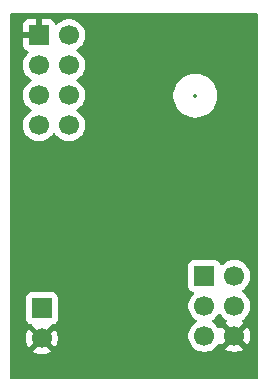
<source format=gbl>
%TF.GenerationSoftware,KiCad,Pcbnew,9.0.2*%
%TF.CreationDate,2025-11-28T20:50:14+01:00*%
%TF.ProjectId,stacja_pogodowa,73746163-6a61-45f7-906f-676f646f7761,rev?*%
%TF.SameCoordinates,Original*%
%TF.FileFunction,Copper,L2,Bot*%
%TF.FilePolarity,Positive*%
%FSLAX46Y46*%
G04 Gerber Fmt 4.6, Leading zero omitted, Abs format (unit mm)*
G04 Created by KiCad (PCBNEW 9.0.2) date 2025-11-28 20:50:14*
%MOMM*%
%LPD*%
G01*
G04 APERTURE LIST*
%TA.AperFunction,ComponentPad*%
%ADD10R,1.700000X1.700000*%
%TD*%
%TA.AperFunction,ComponentPad*%
%ADD11C,1.700000*%
%TD*%
%TA.AperFunction,ViaPad*%
%ADD12C,0.600000*%
%TD*%
%ADD13C,0.300000*%
%ADD14C,0.350000*%
G04 APERTURE END LIST*
D10*
%TO.P,J1,1,Pin_1*%
%TO.N,VDD*%
X72200000Y-45500000D03*
D11*
%TO.P,J1,2,Pin_2*%
%TO.N,GND*%
X72200000Y-48040000D03*
%TD*%
D10*
%TO.P,U1,1,GND*%
%TO.N,GND*%
X71960000Y-22380000D03*
D11*
%TO.P,U1,2,VCC*%
%TO.N,VDD*%
X74500000Y-22380000D03*
%TO.P,U1,3,CE*%
%TO.N,/NRF_CE*%
X71960000Y-24920000D03*
%TO.P,U1,4,~{CSN}*%
%TO.N,/CSN_CSN*%
X74500000Y-24920000D03*
%TO.P,U1,5,SCK*%
%TO.N,/NRF_SCK*%
X71960000Y-27460000D03*
%TO.P,U1,6,MOSI*%
%TO.N,/NRF_MOSI*%
X74500000Y-27460000D03*
%TO.P,U1,7,MISO*%
%TO.N,/NRF_MISO*%
X71960000Y-30000000D03*
%TO.P,U1,8,IRQ*%
%TO.N,unconnected-(U1-IRQ-Pad8)*%
X74500000Y-30000000D03*
%TD*%
D10*
%TO.P,J2,1,Pin_1*%
%TO.N,/UPDI*%
X85960000Y-42760000D03*
D11*
%TO.P,J2,2,Pin_2*%
%TO.N,VDD*%
X88500000Y-42760000D03*
%TO.P,J2,3,Pin_3*%
%TO.N,unconnected-(J2-Pin_3-Pad3)*%
X85960000Y-45300000D03*
%TO.P,J2,4,Pin_4*%
%TO.N,unconnected-(J2-Pin_4-Pad4)*%
X88500000Y-45300000D03*
%TO.P,J2,5,Pin_5*%
%TO.N,unconnected-(J2-Pin_5-Pad5)*%
X85960000Y-47840000D03*
%TO.P,J2,6,Pin_6*%
%TO.N,GND*%
X88500000Y-47840000D03*
%TD*%
D12*
%TO.N,GND*%
X80800000Y-26400000D03*
X80800000Y-34000000D03*
X77600000Y-36800000D03*
X72400000Y-34000000D03*
X74800000Y-50400000D03*
X88000000Y-34000000D03*
X84200000Y-50400000D03*
X76300000Y-36800000D03*
X89200000Y-26600000D03*
X75525000Y-46075000D03*
X83000000Y-34000000D03*
X78600000Y-34000000D03*
X70600000Y-50400000D03*
X73000000Y-42800000D03*
X70400000Y-42800000D03*
X81000000Y-22000000D03*
X88600000Y-50400000D03*
X88000000Y-22000000D03*
%TD*%
%TA.AperFunction,Conductor*%
%TO.N,GND*%
G36*
X87301444Y-45953999D02*
G01*
X87340486Y-45999056D01*
X87344951Y-46007820D01*
X87469890Y-46179786D01*
X87620213Y-46330109D01*
X87792179Y-46455048D01*
X87792181Y-46455049D01*
X87792184Y-46455051D01*
X87801493Y-46459794D01*
X87852290Y-46507766D01*
X87869087Y-46575587D01*
X87846552Y-46641722D01*
X87801505Y-46680760D01*
X87792446Y-46685376D01*
X87792440Y-46685380D01*
X87738282Y-46724727D01*
X87738282Y-46724728D01*
X88370591Y-47357037D01*
X88307007Y-47374075D01*
X88192993Y-47439901D01*
X88099901Y-47532993D01*
X88034075Y-47647007D01*
X88017037Y-47710591D01*
X87384728Y-47078282D01*
X87384727Y-47078282D01*
X87345380Y-47132440D01*
X87345376Y-47132446D01*
X87340760Y-47141505D01*
X87292781Y-47192297D01*
X87224959Y-47209087D01*
X87158826Y-47186543D01*
X87119794Y-47141493D01*
X87115051Y-47132184D01*
X87115049Y-47132181D01*
X87115048Y-47132179D01*
X86990109Y-46960213D01*
X86839786Y-46809890D01*
X86667820Y-46684951D01*
X86659600Y-46680763D01*
X86659054Y-46680485D01*
X86608259Y-46632512D01*
X86591463Y-46564692D01*
X86613999Y-46498556D01*
X86659054Y-46459515D01*
X86667816Y-46455051D01*
X86746502Y-46397883D01*
X86839786Y-46330109D01*
X86839788Y-46330106D01*
X86839792Y-46330104D01*
X86990104Y-46179792D01*
X86990106Y-46179788D01*
X86990109Y-46179786D01*
X87115048Y-46007820D01*
X87115047Y-46007820D01*
X87115051Y-46007816D01*
X87119514Y-45999054D01*
X87167488Y-45948259D01*
X87235308Y-45931463D01*
X87301444Y-45953999D01*
G37*
%TD.AperFunction*%
%TA.AperFunction,Conductor*%
G36*
X90442539Y-20520185D02*
G01*
X90488294Y-20572989D01*
X90499500Y-20624500D01*
X90499500Y-51375500D01*
X90479815Y-51442539D01*
X90427011Y-51488294D01*
X90375500Y-51499500D01*
X69624500Y-51499500D01*
X69557461Y-51479815D01*
X69511706Y-51427011D01*
X69500500Y-51375500D01*
X69500500Y-44602135D01*
X70849500Y-44602135D01*
X70849500Y-46397870D01*
X70849501Y-46397876D01*
X70855908Y-46457483D01*
X70906202Y-46592328D01*
X70906206Y-46592335D01*
X70992452Y-46707544D01*
X70992455Y-46707547D01*
X71107664Y-46793793D01*
X71107671Y-46793797D01*
X71150819Y-46809890D01*
X71242517Y-46844091D01*
X71302127Y-46850500D01*
X71312685Y-46850499D01*
X71379723Y-46870179D01*
X71400372Y-46886818D01*
X72070591Y-47557037D01*
X72007007Y-47574075D01*
X71892993Y-47639901D01*
X71799901Y-47732993D01*
X71734075Y-47847007D01*
X71717037Y-47910591D01*
X71084728Y-47278282D01*
X71084727Y-47278282D01*
X71045380Y-47332439D01*
X70948904Y-47521782D01*
X70883242Y-47723869D01*
X70883242Y-47723872D01*
X70850000Y-47933753D01*
X70850000Y-48146246D01*
X70883242Y-48356127D01*
X70883242Y-48356130D01*
X70948904Y-48558217D01*
X71045375Y-48747550D01*
X71084728Y-48801716D01*
X71717037Y-48169408D01*
X71734075Y-48232993D01*
X71799901Y-48347007D01*
X71892993Y-48440099D01*
X72007007Y-48505925D01*
X72070590Y-48522962D01*
X71438282Y-49155269D01*
X71438282Y-49155270D01*
X71492449Y-49194624D01*
X71681782Y-49291095D01*
X71883870Y-49356757D01*
X72093754Y-49390000D01*
X72306246Y-49390000D01*
X72516127Y-49356757D01*
X72516130Y-49356757D01*
X72718217Y-49291095D01*
X72907554Y-49194622D01*
X72961716Y-49155270D01*
X72961717Y-49155270D01*
X72329408Y-48522962D01*
X72392993Y-48505925D01*
X72507007Y-48440099D01*
X72600099Y-48347007D01*
X72665925Y-48232993D01*
X72682962Y-48169408D01*
X73315270Y-48801717D01*
X73315270Y-48801716D01*
X73354622Y-48747554D01*
X73451095Y-48558217D01*
X73516757Y-48356130D01*
X73516757Y-48356127D01*
X73550000Y-48146246D01*
X73550000Y-47933753D01*
X73516757Y-47723872D01*
X73516757Y-47723869D01*
X73451095Y-47521782D01*
X73354624Y-47332449D01*
X73315270Y-47278282D01*
X73315269Y-47278282D01*
X72682962Y-47910590D01*
X72665925Y-47847007D01*
X72600099Y-47732993D01*
X72507007Y-47639901D01*
X72392993Y-47574075D01*
X72329409Y-47557037D01*
X72999627Y-46886818D01*
X73060950Y-46853333D01*
X73087307Y-46850499D01*
X73097872Y-46850499D01*
X73157483Y-46844091D01*
X73292331Y-46793796D01*
X73407546Y-46707546D01*
X73493796Y-46592331D01*
X73544091Y-46457483D01*
X73550500Y-46397873D01*
X73550499Y-44602128D01*
X73544091Y-44542517D01*
X73498475Y-44420215D01*
X73493797Y-44407671D01*
X73493793Y-44407664D01*
X73407547Y-44292455D01*
X73407544Y-44292452D01*
X73292335Y-44206206D01*
X73292328Y-44206202D01*
X73157482Y-44155908D01*
X73157483Y-44155908D01*
X73097883Y-44149501D01*
X73097881Y-44149500D01*
X73097873Y-44149500D01*
X73097864Y-44149500D01*
X71302129Y-44149500D01*
X71302123Y-44149501D01*
X71242516Y-44155908D01*
X71107671Y-44206202D01*
X71107664Y-44206206D01*
X70992455Y-44292452D01*
X70992452Y-44292455D01*
X70906206Y-44407664D01*
X70906202Y-44407671D01*
X70855908Y-44542517D01*
X70850569Y-44592182D01*
X70849501Y-44602123D01*
X70849500Y-44602135D01*
X69500500Y-44602135D01*
X69500500Y-41862135D01*
X84609500Y-41862135D01*
X84609500Y-43657870D01*
X84609501Y-43657876D01*
X84615908Y-43717483D01*
X84666202Y-43852328D01*
X84666206Y-43852335D01*
X84752452Y-43967544D01*
X84752455Y-43967547D01*
X84867664Y-44053793D01*
X84867671Y-44053797D01*
X84999082Y-44102810D01*
X85055016Y-44144681D01*
X85079433Y-44210145D01*
X85064582Y-44278418D01*
X85043431Y-44306673D01*
X84929889Y-44420215D01*
X84804951Y-44592179D01*
X84708444Y-44781585D01*
X84642753Y-44983760D01*
X84609500Y-45193713D01*
X84609500Y-45406286D01*
X84642753Y-45616239D01*
X84708444Y-45818414D01*
X84804951Y-46007820D01*
X84929890Y-46179786D01*
X85080213Y-46330109D01*
X85252182Y-46455050D01*
X85260946Y-46459516D01*
X85311742Y-46507491D01*
X85328536Y-46575312D01*
X85305998Y-46641447D01*
X85260946Y-46680484D01*
X85252182Y-46684949D01*
X85080213Y-46809890D01*
X84929890Y-46960213D01*
X84804951Y-47132179D01*
X84708444Y-47321585D01*
X84642753Y-47523760D01*
X84609500Y-47733713D01*
X84609500Y-47946286D01*
X84642735Y-48156127D01*
X84642754Y-48156243D01*
X84704737Y-48347007D01*
X84708444Y-48358414D01*
X84804951Y-48547820D01*
X84929890Y-48719786D01*
X85080213Y-48870109D01*
X85252179Y-48995048D01*
X85252181Y-48995049D01*
X85252184Y-48995051D01*
X85441588Y-49091557D01*
X85643757Y-49157246D01*
X85853713Y-49190500D01*
X85853714Y-49190500D01*
X86066286Y-49190500D01*
X86066287Y-49190500D01*
X86276243Y-49157246D01*
X86478412Y-49091557D01*
X86667816Y-48995051D01*
X86722572Y-48955269D01*
X86839786Y-48870109D01*
X86839788Y-48870106D01*
X86839792Y-48870104D01*
X86990104Y-48719792D01*
X86990106Y-48719788D01*
X86990109Y-48719786D01*
X87075890Y-48601717D01*
X87115051Y-48547816D01*
X87119793Y-48538508D01*
X87167763Y-48487711D01*
X87235583Y-48470911D01*
X87301719Y-48493445D01*
X87340763Y-48538500D01*
X87345373Y-48547547D01*
X87384728Y-48601716D01*
X88017037Y-47969408D01*
X88034075Y-48032993D01*
X88099901Y-48147007D01*
X88192993Y-48240099D01*
X88307007Y-48305925D01*
X88370590Y-48322962D01*
X87738282Y-48955269D01*
X87738282Y-48955270D01*
X87792449Y-48994624D01*
X87981782Y-49091095D01*
X88183870Y-49156757D01*
X88393754Y-49190000D01*
X88606246Y-49190000D01*
X88816127Y-49156757D01*
X88816130Y-49156757D01*
X89018217Y-49091095D01*
X89207554Y-48994622D01*
X89261716Y-48955270D01*
X89261717Y-48955270D01*
X88629408Y-48322962D01*
X88692993Y-48305925D01*
X88807007Y-48240099D01*
X88900099Y-48147007D01*
X88965925Y-48032993D01*
X88982962Y-47969408D01*
X89615270Y-48601717D01*
X89615270Y-48601716D01*
X89654622Y-48547554D01*
X89751095Y-48358217D01*
X89816757Y-48156130D01*
X89816757Y-48156127D01*
X89850000Y-47946246D01*
X89850000Y-47733753D01*
X89816757Y-47523872D01*
X89816757Y-47523869D01*
X89751095Y-47321782D01*
X89654624Y-47132449D01*
X89615270Y-47078282D01*
X89615269Y-47078282D01*
X88982962Y-47710590D01*
X88965925Y-47647007D01*
X88900099Y-47532993D01*
X88807007Y-47439901D01*
X88692993Y-47374075D01*
X88629409Y-47357037D01*
X89261716Y-46724728D01*
X89207547Y-46685373D01*
X89207547Y-46685372D01*
X89198500Y-46680763D01*
X89147706Y-46632788D01*
X89130912Y-46564966D01*
X89153451Y-46498832D01*
X89198508Y-46459793D01*
X89207816Y-46455051D01*
X89287007Y-46397515D01*
X89379786Y-46330109D01*
X89379788Y-46330106D01*
X89379792Y-46330104D01*
X89530104Y-46179792D01*
X89530106Y-46179788D01*
X89530109Y-46179786D01*
X89655048Y-46007820D01*
X89655047Y-46007820D01*
X89655051Y-46007816D01*
X89751557Y-45818412D01*
X89817246Y-45616243D01*
X89850500Y-45406287D01*
X89850500Y-45193713D01*
X89817246Y-44983757D01*
X89751557Y-44781588D01*
X89655051Y-44592184D01*
X89655049Y-44592181D01*
X89655048Y-44592179D01*
X89530109Y-44420213D01*
X89379786Y-44269890D01*
X89207820Y-44144951D01*
X89207115Y-44144591D01*
X89199054Y-44140485D01*
X89148259Y-44092512D01*
X89131463Y-44024692D01*
X89153999Y-43958556D01*
X89199054Y-43919515D01*
X89207816Y-43915051D01*
X89294138Y-43852335D01*
X89379786Y-43790109D01*
X89379788Y-43790106D01*
X89379792Y-43790104D01*
X89530104Y-43639792D01*
X89530106Y-43639788D01*
X89530109Y-43639786D01*
X89655048Y-43467820D01*
X89655047Y-43467820D01*
X89655051Y-43467816D01*
X89751557Y-43278412D01*
X89817246Y-43076243D01*
X89850500Y-42866287D01*
X89850500Y-42653713D01*
X89817246Y-42443757D01*
X89751557Y-42241588D01*
X89655051Y-42052184D01*
X89655049Y-42052181D01*
X89655048Y-42052179D01*
X89530109Y-41880213D01*
X89379786Y-41729890D01*
X89207820Y-41604951D01*
X89018414Y-41508444D01*
X89018413Y-41508443D01*
X89018412Y-41508443D01*
X88816243Y-41442754D01*
X88816241Y-41442753D01*
X88816240Y-41442753D01*
X88654957Y-41417208D01*
X88606287Y-41409500D01*
X88393713Y-41409500D01*
X88345042Y-41417208D01*
X88183760Y-41442753D01*
X87981585Y-41508444D01*
X87792179Y-41604951D01*
X87620215Y-41729889D01*
X87506673Y-41843431D01*
X87445350Y-41876915D01*
X87375658Y-41871931D01*
X87319725Y-41830059D01*
X87302810Y-41799082D01*
X87253797Y-41667671D01*
X87253793Y-41667664D01*
X87167547Y-41552455D01*
X87167544Y-41552452D01*
X87052335Y-41466206D01*
X87052328Y-41466202D01*
X86917482Y-41415908D01*
X86917483Y-41415908D01*
X86857883Y-41409501D01*
X86857881Y-41409500D01*
X86857873Y-41409500D01*
X86857864Y-41409500D01*
X85062129Y-41409500D01*
X85062123Y-41409501D01*
X85002516Y-41415908D01*
X84867671Y-41466202D01*
X84867664Y-41466206D01*
X84752455Y-41552452D01*
X84752452Y-41552455D01*
X84666206Y-41667664D01*
X84666202Y-41667671D01*
X84615908Y-41802517D01*
X84609501Y-41862116D01*
X84609500Y-41862135D01*
X69500500Y-41862135D01*
X69500500Y-24813713D01*
X70609500Y-24813713D01*
X70609500Y-25026286D01*
X70642753Y-25236239D01*
X70708444Y-25438414D01*
X70804951Y-25627820D01*
X70929890Y-25799786D01*
X71080213Y-25950109D01*
X71252182Y-26075050D01*
X71260946Y-26079516D01*
X71311742Y-26127491D01*
X71328536Y-26195312D01*
X71305998Y-26261447D01*
X71260946Y-26300484D01*
X71252182Y-26304949D01*
X71080213Y-26429890D01*
X70929890Y-26580213D01*
X70804951Y-26752179D01*
X70708444Y-26941585D01*
X70642753Y-27143760D01*
X70609500Y-27353713D01*
X70609500Y-27566287D01*
X70642754Y-27776243D01*
X70670548Y-27861785D01*
X70708444Y-27978414D01*
X70804951Y-28167820D01*
X70929890Y-28339786D01*
X71080213Y-28490109D01*
X71252182Y-28615050D01*
X71260946Y-28619516D01*
X71311742Y-28667491D01*
X71328536Y-28735312D01*
X71305998Y-28801447D01*
X71260946Y-28840484D01*
X71252182Y-28844949D01*
X71080213Y-28969890D01*
X70929890Y-29120213D01*
X70804951Y-29292179D01*
X70708444Y-29481585D01*
X70642753Y-29683760D01*
X70609500Y-29893713D01*
X70609500Y-30106286D01*
X70642753Y-30316239D01*
X70708444Y-30518414D01*
X70804951Y-30707820D01*
X70929890Y-30879786D01*
X71080213Y-31030109D01*
X71252179Y-31155048D01*
X71252181Y-31155049D01*
X71252184Y-31155051D01*
X71441588Y-31251557D01*
X71643757Y-31317246D01*
X71853713Y-31350500D01*
X71853714Y-31350500D01*
X72066286Y-31350500D01*
X72066287Y-31350500D01*
X72276243Y-31317246D01*
X72478412Y-31251557D01*
X72667816Y-31155051D01*
X72689789Y-31139086D01*
X72839786Y-31030109D01*
X72839788Y-31030106D01*
X72839792Y-31030104D01*
X72990104Y-30879792D01*
X72990106Y-30879788D01*
X72990109Y-30879786D01*
X73115048Y-30707820D01*
X73115047Y-30707820D01*
X73115051Y-30707816D01*
X73119514Y-30699054D01*
X73167488Y-30648259D01*
X73235308Y-30631463D01*
X73301444Y-30653999D01*
X73340486Y-30699056D01*
X73344951Y-30707820D01*
X73469890Y-30879786D01*
X73620213Y-31030109D01*
X73792179Y-31155048D01*
X73792181Y-31155049D01*
X73792184Y-31155051D01*
X73981588Y-31251557D01*
X74183757Y-31317246D01*
X74393713Y-31350500D01*
X74393714Y-31350500D01*
X74606286Y-31350500D01*
X74606287Y-31350500D01*
X74816243Y-31317246D01*
X75018412Y-31251557D01*
X75207816Y-31155051D01*
X75229789Y-31139086D01*
X75379786Y-31030109D01*
X75379788Y-31030106D01*
X75379792Y-31030104D01*
X75530104Y-30879792D01*
X75530106Y-30879788D01*
X75530109Y-30879786D01*
X75655048Y-30707820D01*
X75655047Y-30707820D01*
X75655051Y-30707816D01*
X75751557Y-30518412D01*
X75817246Y-30316243D01*
X75850500Y-30106287D01*
X75850500Y-29893713D01*
X75817246Y-29683757D01*
X75751557Y-29481588D01*
X75655051Y-29292184D01*
X75655049Y-29292181D01*
X75655048Y-29292179D01*
X75530109Y-29120213D01*
X75379786Y-28969890D01*
X75207820Y-28844951D01*
X75207115Y-28844591D01*
X75199054Y-28840485D01*
X75148259Y-28792512D01*
X75131463Y-28724692D01*
X75153999Y-28658556D01*
X75199054Y-28619515D01*
X75207816Y-28615051D01*
X75229789Y-28599086D01*
X75379786Y-28490109D01*
X75379788Y-28490106D01*
X75379792Y-28490104D01*
X75530104Y-28339792D01*
X75530106Y-28339788D01*
X75530109Y-28339786D01*
X75655048Y-28167820D01*
X75655047Y-28167820D01*
X75655051Y-28167816D01*
X75751557Y-27978412D01*
X75817246Y-27776243D01*
X75850500Y-27566287D01*
X75850500Y-27378711D01*
X83349500Y-27378711D01*
X83349500Y-27621288D01*
X83381161Y-27861785D01*
X83443947Y-28096104D01*
X83536773Y-28320205D01*
X83536777Y-28320214D01*
X83558974Y-28358661D01*
X83658064Y-28530289D01*
X83658066Y-28530292D01*
X83658067Y-28530293D01*
X83805733Y-28722736D01*
X83805739Y-28722743D01*
X83977256Y-28894260D01*
X83977262Y-28894265D01*
X84169711Y-29041936D01*
X84379788Y-29163224D01*
X84603900Y-29256054D01*
X84838211Y-29318838D01*
X85018586Y-29342584D01*
X85078711Y-29350500D01*
X85078712Y-29350500D01*
X85321289Y-29350500D01*
X85369388Y-29344167D01*
X85561789Y-29318838D01*
X85796100Y-29256054D01*
X86020212Y-29163224D01*
X86230289Y-29041936D01*
X86422738Y-28894265D01*
X86594265Y-28722738D01*
X86741936Y-28530289D01*
X86863224Y-28320212D01*
X86956054Y-28096100D01*
X87018838Y-27861789D01*
X87050500Y-27621288D01*
X87050500Y-27378712D01*
X87018838Y-27138211D01*
X86956054Y-26903900D01*
X86863224Y-26679788D01*
X86741936Y-26469711D01*
X86681018Y-26390321D01*
X86594266Y-26277263D01*
X86594260Y-26277256D01*
X86422743Y-26105739D01*
X86422736Y-26105733D01*
X86230293Y-25958067D01*
X86230292Y-25958066D01*
X86230289Y-25958064D01*
X86020212Y-25836776D01*
X85930925Y-25799792D01*
X85796104Y-25743947D01*
X85561785Y-25681161D01*
X85321289Y-25649500D01*
X85321288Y-25649500D01*
X85078712Y-25649500D01*
X85078711Y-25649500D01*
X84838214Y-25681161D01*
X84603895Y-25743947D01*
X84379794Y-25836773D01*
X84379785Y-25836777D01*
X84197851Y-25941817D01*
X84183490Y-25950109D01*
X84169706Y-25958067D01*
X83977263Y-26105733D01*
X83977256Y-26105739D01*
X83805739Y-26277256D01*
X83805733Y-26277263D01*
X83658067Y-26469706D01*
X83536777Y-26679785D01*
X83536773Y-26679794D01*
X83443947Y-26903895D01*
X83381161Y-27138214D01*
X83349500Y-27378711D01*
X75850500Y-27378711D01*
X75850500Y-27353713D01*
X75817246Y-27143757D01*
X75751557Y-26941588D01*
X75655051Y-26752184D01*
X75655049Y-26752181D01*
X75655048Y-26752179D01*
X75530109Y-26580213D01*
X75379786Y-26429890D01*
X75207820Y-26304951D01*
X75207115Y-26304591D01*
X75199054Y-26300485D01*
X75148259Y-26252512D01*
X75131463Y-26184692D01*
X75153999Y-26118556D01*
X75199054Y-26079515D01*
X75207816Y-26075051D01*
X75229789Y-26059086D01*
X75379786Y-25950109D01*
X75379788Y-25950106D01*
X75379792Y-25950104D01*
X75530104Y-25799792D01*
X75530106Y-25799788D01*
X75530109Y-25799786D01*
X75655048Y-25627820D01*
X75655047Y-25627820D01*
X75655051Y-25627816D01*
X75751557Y-25438412D01*
X75817246Y-25236243D01*
X75850500Y-25026287D01*
X75850500Y-24813713D01*
X75817246Y-24603757D01*
X75751557Y-24401588D01*
X75655051Y-24212184D01*
X75655049Y-24212181D01*
X75655048Y-24212179D01*
X75530109Y-24040213D01*
X75379786Y-23889890D01*
X75207820Y-23764951D01*
X75207115Y-23764591D01*
X75199054Y-23760485D01*
X75148259Y-23712512D01*
X75131463Y-23644692D01*
X75153999Y-23578556D01*
X75199054Y-23539515D01*
X75207816Y-23535051D01*
X75294471Y-23472093D01*
X75379786Y-23410109D01*
X75379788Y-23410106D01*
X75379792Y-23410104D01*
X75530104Y-23259792D01*
X75530106Y-23259788D01*
X75530109Y-23259786D01*
X75655048Y-23087820D01*
X75655047Y-23087820D01*
X75655051Y-23087816D01*
X75751557Y-22898412D01*
X75817246Y-22696243D01*
X75850500Y-22486287D01*
X75850500Y-22273713D01*
X75817246Y-22063757D01*
X75751557Y-21861588D01*
X75655051Y-21672184D01*
X75655049Y-21672181D01*
X75655048Y-21672179D01*
X75530109Y-21500213D01*
X75379786Y-21349890D01*
X75207820Y-21224951D01*
X75018414Y-21128444D01*
X75018413Y-21128443D01*
X75018412Y-21128443D01*
X74816243Y-21062754D01*
X74816241Y-21062753D01*
X74816240Y-21062753D01*
X74654957Y-21037208D01*
X74606287Y-21029500D01*
X74393713Y-21029500D01*
X74345042Y-21037208D01*
X74183760Y-21062753D01*
X73981585Y-21128444D01*
X73792179Y-21224951D01*
X73620215Y-21349889D01*
X73506285Y-21463819D01*
X73444962Y-21497303D01*
X73375270Y-21492319D01*
X73319337Y-21450447D01*
X73302422Y-21419470D01*
X73253354Y-21287913D01*
X73253350Y-21287906D01*
X73167190Y-21172812D01*
X73167187Y-21172809D01*
X73052093Y-21086649D01*
X73052086Y-21086645D01*
X72917379Y-21036403D01*
X72917372Y-21036401D01*
X72857844Y-21030000D01*
X72210000Y-21030000D01*
X72210000Y-21946988D01*
X72152993Y-21914075D01*
X72025826Y-21880000D01*
X71894174Y-21880000D01*
X71767007Y-21914075D01*
X71710000Y-21946988D01*
X71710000Y-21030000D01*
X71062155Y-21030000D01*
X71002627Y-21036401D01*
X71002620Y-21036403D01*
X70867913Y-21086645D01*
X70867906Y-21086649D01*
X70752812Y-21172809D01*
X70752809Y-21172812D01*
X70666649Y-21287906D01*
X70666645Y-21287913D01*
X70616403Y-21422620D01*
X70616401Y-21422627D01*
X70610000Y-21482155D01*
X70610000Y-22130000D01*
X71526988Y-22130000D01*
X71494075Y-22187007D01*
X71460000Y-22314174D01*
X71460000Y-22445826D01*
X71494075Y-22572993D01*
X71526988Y-22630000D01*
X70610000Y-22630000D01*
X70610000Y-23277844D01*
X70616401Y-23337372D01*
X70616403Y-23337379D01*
X70666645Y-23472086D01*
X70666649Y-23472093D01*
X70752809Y-23587187D01*
X70752812Y-23587190D01*
X70867906Y-23673350D01*
X70867913Y-23673354D01*
X70999470Y-23722422D01*
X71055404Y-23764293D01*
X71079821Y-23829758D01*
X71064969Y-23898031D01*
X71043819Y-23926285D01*
X70929889Y-24040215D01*
X70804951Y-24212179D01*
X70708444Y-24401585D01*
X70642753Y-24603760D01*
X70609500Y-24813713D01*
X69500500Y-24813713D01*
X69500500Y-20624500D01*
X69520185Y-20557461D01*
X69572989Y-20511706D01*
X69624500Y-20500500D01*
X90375500Y-20500500D01*
X90442539Y-20520185D01*
G37*
%TD.AperFunction*%
%TD*%
D13*
X80800000Y-26400000D03*
X80800000Y-34000000D03*
X77600000Y-36800000D03*
X72400000Y-34000000D03*
X74800000Y-50400000D03*
X88000000Y-34000000D03*
X84200000Y-50400000D03*
X76300000Y-36800000D03*
X89200000Y-26600000D03*
X75525000Y-46075000D03*
X83000000Y-34000000D03*
X78600000Y-34000000D03*
X70600000Y-50400000D03*
X73000000Y-42800000D03*
X70400000Y-42800000D03*
X81000000Y-22000000D03*
X88600000Y-50400000D03*
X88000000Y-22000000D03*
D14*
X72200000Y-45500000D03*
X72200000Y-48040000D03*
X85200000Y-27500000D03*
X71960000Y-22380000D03*
X74500000Y-22380000D03*
X71960000Y-24920000D03*
X74500000Y-24920000D03*
X71960000Y-27460000D03*
X74500000Y-27460000D03*
X71960000Y-30000000D03*
X74500000Y-30000000D03*
X85960000Y-42760000D03*
X88500000Y-42760000D03*
X85960000Y-45300000D03*
X88500000Y-45300000D03*
X85960000Y-47840000D03*
X88500000Y-47840000D03*
M02*

</source>
